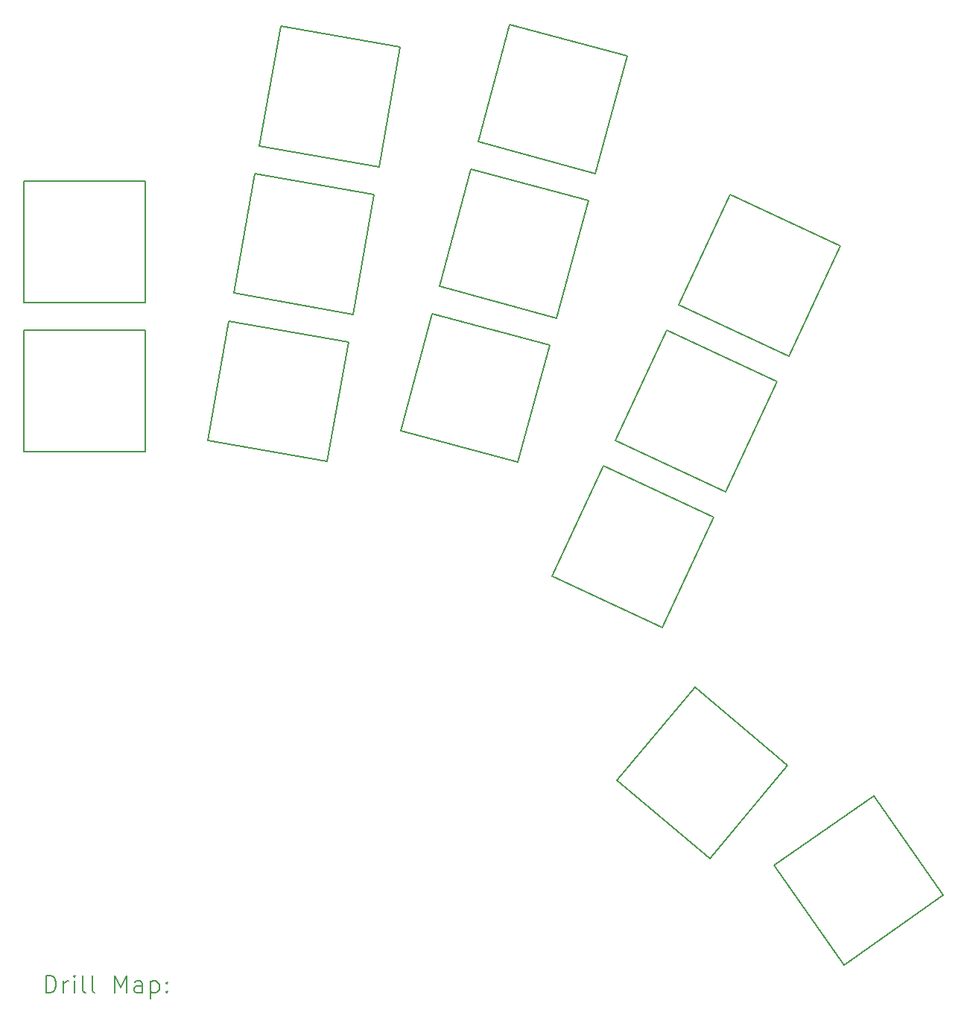
<source format=gbr>
%TF.GenerationSoftware,KiCad,Pcbnew,8.0.8+1*%
%TF.CreationDate,2025-05-19T02:25:45+00:00*%
%TF.ProjectId,frontplate,66726f6e-7470-46c6-9174-652e6b696361,0.2*%
%TF.SameCoordinates,Original*%
%TF.FileFunction,Drillmap*%
%TF.FilePolarity,Positive*%
%FSLAX45Y45*%
G04 Gerber Fmt 4.5, Leading zero omitted, Abs format (unit mm)*
G04 Created by KiCad (PCBNEW 8.0.8+1) date 2025-05-19 02:25:45*
%MOMM*%
%LPD*%
G01*
G04 APERTURE LIST*
%ADD10C,0.150000*%
%ADD11C,0.200000*%
G04 APERTURE END LIST*
D10*
X9310000Y-8990000D02*
X10690000Y-8990000D01*
X10690000Y-8990000D02*
X10690000Y-7610000D01*
X10690000Y-7610000D02*
X9310000Y-7610000D01*
X9310000Y-7610000D02*
X9310000Y-8990000D01*
X9310000Y-7290000D02*
X10690000Y-7290000D01*
X10690000Y-7290000D02*
X10690000Y-5910000D01*
X10690000Y-5910000D02*
X9310000Y-5910000D01*
X9310000Y-5910000D02*
X9310000Y-7290000D01*
X11400665Y-8859700D02*
X12759700Y-9099335D01*
X12759700Y-9099335D02*
X12999335Y-7740300D01*
X12999335Y-7740300D02*
X11640300Y-7500665D01*
X11640300Y-7500665D02*
X11400665Y-8859700D01*
X11695867Y-7185527D02*
X13054902Y-7425161D01*
X13054902Y-7425161D02*
X13294536Y-6066127D01*
X13294536Y-6066127D02*
X11935502Y-5826492D01*
X11935502Y-5826492D02*
X11695867Y-7185527D01*
X11991069Y-5511354D02*
X13350104Y-5750988D01*
X13350104Y-5750988D02*
X13589738Y-4391954D01*
X13589738Y-4391954D02*
X12230704Y-4152319D01*
X12230704Y-4152319D02*
X11991069Y-5511354D01*
X13595304Y-8751386D02*
X14928281Y-9108557D01*
X14928281Y-9108557D02*
X15285451Y-7775579D01*
X15285451Y-7775579D02*
X13952474Y-7418409D01*
X13952474Y-7418409D02*
X13595304Y-8751386D01*
X14035296Y-7109312D02*
X15368274Y-7466483D01*
X15368274Y-7466483D02*
X15725444Y-6133505D01*
X15725444Y-6133505D02*
X14392466Y-5776335D01*
X14392466Y-5776335D02*
X14035296Y-7109312D01*
X14475288Y-5467239D02*
X15808266Y-5824409D01*
X15808266Y-5824409D02*
X16165436Y-4491431D01*
X16165436Y-4491431D02*
X14832459Y-4134261D01*
X14832459Y-4134261D02*
X14475288Y-5467239D01*
X15318461Y-10398186D02*
X16569166Y-10981399D01*
X16569166Y-10981399D02*
X17152379Y-9730694D01*
X17152379Y-9730694D02*
X15901674Y-9147481D01*
X15901674Y-9147481D02*
X15318461Y-10398186D01*
X16036912Y-8857463D02*
X17287617Y-9440676D01*
X17287617Y-9440676D02*
X17870830Y-8189971D01*
X17870830Y-8189971D02*
X16620125Y-7606758D01*
X16620125Y-7606758D02*
X16036912Y-8857463D01*
X16755363Y-7316739D02*
X18006068Y-7899952D01*
X18006068Y-7899952D02*
X18589281Y-6649248D01*
X18589281Y-6649248D02*
X17338576Y-6066035D01*
X17338576Y-6066035D02*
X16755363Y-7316739D01*
X17106585Y-13609863D02*
X17993632Y-12552721D01*
X17993632Y-12552721D02*
X16936490Y-11665674D01*
X16936490Y-11665674D02*
X16049443Y-12722816D01*
X16049443Y-12722816D02*
X17106585Y-13609863D01*
X18632651Y-14815811D02*
X19763081Y-14024276D01*
X19763081Y-14024276D02*
X18971546Y-12893846D01*
X18971546Y-12893846D02*
X17841116Y-13685382D01*
X17841116Y-13685382D02*
X18632651Y-14815811D01*
D11*
X9563277Y-15134795D02*
X9563277Y-14934795D01*
X9563277Y-14934795D02*
X9610896Y-14934795D01*
X9610896Y-14934795D02*
X9639467Y-14944319D01*
X9639467Y-14944319D02*
X9658515Y-14963367D01*
X9658515Y-14963367D02*
X9668039Y-14982414D01*
X9668039Y-14982414D02*
X9677563Y-15020509D01*
X9677563Y-15020509D02*
X9677563Y-15049081D01*
X9677563Y-15049081D02*
X9668039Y-15087176D01*
X9668039Y-15087176D02*
X9658515Y-15106224D01*
X9658515Y-15106224D02*
X9639467Y-15125271D01*
X9639467Y-15125271D02*
X9610896Y-15134795D01*
X9610896Y-15134795D02*
X9563277Y-15134795D01*
X9763277Y-15134795D02*
X9763277Y-15001462D01*
X9763277Y-15039557D02*
X9772801Y-15020509D01*
X9772801Y-15020509D02*
X9782324Y-15010986D01*
X9782324Y-15010986D02*
X9801372Y-15001462D01*
X9801372Y-15001462D02*
X9820420Y-15001462D01*
X9887086Y-15134795D02*
X9887086Y-15001462D01*
X9887086Y-14934795D02*
X9877563Y-14944319D01*
X9877563Y-14944319D02*
X9887086Y-14953843D01*
X9887086Y-14953843D02*
X9896610Y-14944319D01*
X9896610Y-14944319D02*
X9887086Y-14934795D01*
X9887086Y-14934795D02*
X9887086Y-14953843D01*
X10010896Y-15134795D02*
X9991848Y-15125271D01*
X9991848Y-15125271D02*
X9982324Y-15106224D01*
X9982324Y-15106224D02*
X9982324Y-14934795D01*
X10115658Y-15134795D02*
X10096610Y-15125271D01*
X10096610Y-15125271D02*
X10087086Y-15106224D01*
X10087086Y-15106224D02*
X10087086Y-14934795D01*
X10344229Y-15134795D02*
X10344229Y-14934795D01*
X10344229Y-14934795D02*
X10410896Y-15077652D01*
X10410896Y-15077652D02*
X10477563Y-14934795D01*
X10477563Y-14934795D02*
X10477563Y-15134795D01*
X10658515Y-15134795D02*
X10658515Y-15030033D01*
X10658515Y-15030033D02*
X10648991Y-15010986D01*
X10648991Y-15010986D02*
X10629944Y-15001462D01*
X10629944Y-15001462D02*
X10591848Y-15001462D01*
X10591848Y-15001462D02*
X10572801Y-15010986D01*
X10658515Y-15125271D02*
X10639467Y-15134795D01*
X10639467Y-15134795D02*
X10591848Y-15134795D01*
X10591848Y-15134795D02*
X10572801Y-15125271D01*
X10572801Y-15125271D02*
X10563277Y-15106224D01*
X10563277Y-15106224D02*
X10563277Y-15087176D01*
X10563277Y-15087176D02*
X10572801Y-15068129D01*
X10572801Y-15068129D02*
X10591848Y-15058605D01*
X10591848Y-15058605D02*
X10639467Y-15058605D01*
X10639467Y-15058605D02*
X10658515Y-15049081D01*
X10753753Y-15001462D02*
X10753753Y-15201462D01*
X10753753Y-15010986D02*
X10772801Y-15001462D01*
X10772801Y-15001462D02*
X10810896Y-15001462D01*
X10810896Y-15001462D02*
X10829944Y-15010986D01*
X10829944Y-15010986D02*
X10839467Y-15020509D01*
X10839467Y-15020509D02*
X10848991Y-15039557D01*
X10848991Y-15039557D02*
X10848991Y-15096700D01*
X10848991Y-15096700D02*
X10839467Y-15115748D01*
X10839467Y-15115748D02*
X10829944Y-15125271D01*
X10829944Y-15125271D02*
X10810896Y-15134795D01*
X10810896Y-15134795D02*
X10772801Y-15134795D01*
X10772801Y-15134795D02*
X10753753Y-15125271D01*
X10934705Y-15115748D02*
X10944229Y-15125271D01*
X10944229Y-15125271D02*
X10934705Y-15134795D01*
X10934705Y-15134795D02*
X10925182Y-15125271D01*
X10925182Y-15125271D02*
X10934705Y-15115748D01*
X10934705Y-15115748D02*
X10934705Y-15134795D01*
X10934705Y-15010986D02*
X10944229Y-15020509D01*
X10944229Y-15020509D02*
X10934705Y-15030033D01*
X10934705Y-15030033D02*
X10925182Y-15020509D01*
X10925182Y-15020509D02*
X10934705Y-15010986D01*
X10934705Y-15010986D02*
X10934705Y-15030033D01*
M02*

</source>
